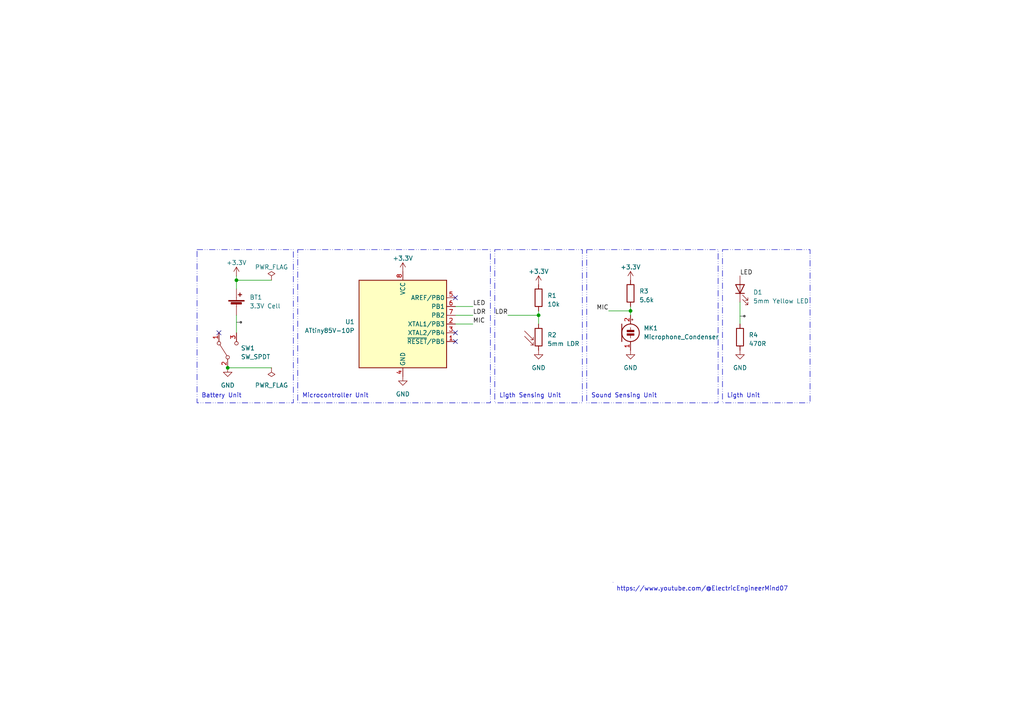
<source format=kicad_sch>
(kicad_sch
	(version 20250114)
	(generator "eeschema")
	(generator_version "9.0")
	(uuid "dc13cf54-8c22-4f1c-89c0-5163c36ef77c")
	(paper "A4")
	(title_block
		(title "Digital Diya")
		(date "2026-01-22")
		(rev "v1")
		(comment 1 "It's a ATTiny 85 Based Circuit")
	)
	(lib_symbols
		(symbol "Device:Battery_Cell"
			(pin_numbers
				(hide yes)
			)
			(pin_names
				(offset 0)
				(hide yes)
			)
			(exclude_from_sim no)
			(in_bom yes)
			(on_board yes)
			(property "Reference" "BT"
				(at 2.54 2.54 0)
				(effects
					(font
						(size 1.27 1.27)
					)
					(justify left)
				)
			)
			(property "Value" "Battery_Cell"
				(at 2.54 0 0)
				(effects
					(font
						(size 1.27 1.27)
					)
					(justify left)
				)
			)
			(property "Footprint" ""
				(at 0 1.524 90)
				(effects
					(font
						(size 1.27 1.27)
					)
					(hide yes)
				)
			)
			(property "Datasheet" "~"
				(at 0 1.524 90)
				(effects
					(font
						(size 1.27 1.27)
					)
					(hide yes)
				)
			)
			(property "Description" "Single-cell battery"
				(at 0 0 0)
				(effects
					(font
						(size 1.27 1.27)
					)
					(hide yes)
				)
			)
			(property "ki_keywords" "battery cell"
				(at 0 0 0)
				(effects
					(font
						(size 1.27 1.27)
					)
					(hide yes)
				)
			)
			(symbol "Battery_Cell_0_1"
				(rectangle
					(start -2.286 1.778)
					(end 2.286 1.524)
					(stroke
						(width 0)
						(type default)
					)
					(fill
						(type outline)
					)
				)
				(rectangle
					(start -1.5748 1.1938)
					(end 1.4732 0.6858)
					(stroke
						(width 0)
						(type default)
					)
					(fill
						(type outline)
					)
				)
				(polyline
					(pts
						(xy 0 1.778) (xy 0 2.54)
					)
					(stroke
						(width 0)
						(type default)
					)
					(fill
						(type none)
					)
				)
				(polyline
					(pts
						(xy 0 0.762) (xy 0 0)
					)
					(stroke
						(width 0)
						(type default)
					)
					(fill
						(type none)
					)
				)
				(polyline
					(pts
						(xy 0.508 3.429) (xy 1.524 3.429)
					)
					(stroke
						(width 0.254)
						(type default)
					)
					(fill
						(type none)
					)
				)
				(polyline
					(pts
						(xy 1.016 3.937) (xy 1.016 2.921)
					)
					(stroke
						(width 0.254)
						(type default)
					)
					(fill
						(type none)
					)
				)
			)
			(symbol "Battery_Cell_1_1"
				(pin passive line
					(at 0 5.08 270)
					(length 2.54)
					(name "+"
						(effects
							(font
								(size 1.27 1.27)
							)
						)
					)
					(number "1"
						(effects
							(font
								(size 1.27 1.27)
							)
						)
					)
				)
				(pin passive line
					(at 0 -2.54 90)
					(length 2.54)
					(name "-"
						(effects
							(font
								(size 1.27 1.27)
							)
						)
					)
					(number "2"
						(effects
							(font
								(size 1.27 1.27)
							)
						)
					)
				)
			)
			(embedded_fonts no)
		)
		(symbol "Device:LED"
			(pin_numbers
				(hide yes)
			)
			(pin_names
				(offset 1.016)
				(hide yes)
			)
			(exclude_from_sim no)
			(in_bom yes)
			(on_board yes)
			(property "Reference" "D"
				(at 0 2.54 0)
				(effects
					(font
						(size 1.27 1.27)
					)
				)
			)
			(property "Value" "LED"
				(at 0 -2.54 0)
				(effects
					(font
						(size 1.27 1.27)
					)
				)
			)
			(property "Footprint" ""
				(at 0 0 0)
				(effects
					(font
						(size 1.27 1.27)
					)
					(hide yes)
				)
			)
			(property "Datasheet" "~"
				(at 0 0 0)
				(effects
					(font
						(size 1.27 1.27)
					)
					(hide yes)
				)
			)
			(property "Description" "Light emitting diode"
				(at 0 0 0)
				(effects
					(font
						(size 1.27 1.27)
					)
					(hide yes)
				)
			)
			(property "ki_keywords" "LED diode"
				(at 0 0 0)
				(effects
					(font
						(size 1.27 1.27)
					)
					(hide yes)
				)
			)
			(property "ki_fp_filters" "LED* LED_SMD:* LED_THT:*"
				(at 0 0 0)
				(effects
					(font
						(size 1.27 1.27)
					)
					(hide yes)
				)
			)
			(symbol "LED_0_1"
				(polyline
					(pts
						(xy -3.048 -0.762) (xy -4.572 -2.286) (xy -3.81 -2.286) (xy -4.572 -2.286) (xy -4.572 -1.524)
					)
					(stroke
						(width 0)
						(type default)
					)
					(fill
						(type none)
					)
				)
				(polyline
					(pts
						(xy -1.778 -0.762) (xy -3.302 -2.286) (xy -2.54 -2.286) (xy -3.302 -2.286) (xy -3.302 -1.524)
					)
					(stroke
						(width 0)
						(type default)
					)
					(fill
						(type none)
					)
				)
				(polyline
					(pts
						(xy -1.27 0) (xy 1.27 0)
					)
					(stroke
						(width 0)
						(type default)
					)
					(fill
						(type none)
					)
				)
				(polyline
					(pts
						(xy -1.27 -1.27) (xy -1.27 1.27)
					)
					(stroke
						(width 0.254)
						(type default)
					)
					(fill
						(type none)
					)
				)
				(polyline
					(pts
						(xy 1.27 -1.27) (xy 1.27 1.27) (xy -1.27 0) (xy 1.27 -1.27)
					)
					(stroke
						(width 0.254)
						(type default)
					)
					(fill
						(type none)
					)
				)
			)
			(symbol "LED_1_1"
				(pin passive line
					(at -3.81 0 0)
					(length 2.54)
					(name "K"
						(effects
							(font
								(size 1.27 1.27)
							)
						)
					)
					(number "1"
						(effects
							(font
								(size 1.27 1.27)
							)
						)
					)
				)
				(pin passive line
					(at 3.81 0 180)
					(length 2.54)
					(name "A"
						(effects
							(font
								(size 1.27 1.27)
							)
						)
					)
					(number "2"
						(effects
							(font
								(size 1.27 1.27)
							)
						)
					)
				)
			)
			(embedded_fonts no)
		)
		(symbol "Device:Microphone_Condenser"
			(pin_names
				(offset 0.0254)
				(hide yes)
			)
			(exclude_from_sim no)
			(in_bom yes)
			(on_board yes)
			(property "Reference" "MK"
				(at -3.302 1.27 0)
				(effects
					(font
						(size 1.27 1.27)
					)
					(justify right)
				)
			)
			(property "Value" "Microphone_Condenser"
				(at -3.302 -0.635 0)
				(effects
					(font
						(size 1.27 1.27)
					)
					(justify right)
				)
			)
			(property "Footprint" ""
				(at 0 2.54 90)
				(effects
					(font
						(size 1.27 1.27)
					)
					(hide yes)
				)
			)
			(property "Datasheet" "~"
				(at 0 2.54 90)
				(effects
					(font
						(size 1.27 1.27)
					)
					(hide yes)
				)
			)
			(property "Description" "Condenser microphone"
				(at 0 0 0)
				(effects
					(font
						(size 1.27 1.27)
					)
					(hide yes)
				)
			)
			(property "ki_keywords" "capacitance condenser microphone"
				(at 0 0 0)
				(effects
					(font
						(size 1.27 1.27)
					)
					(hide yes)
				)
			)
			(symbol "Microphone_Condenser_0_1"
				(polyline
					(pts
						(xy -2.54 2.54) (xy -2.54 -2.54)
					)
					(stroke
						(width 0.254)
						(type default)
					)
					(fill
						(type none)
					)
				)
				(polyline
					(pts
						(xy 0 0.762) (xy 0 1.524)
					)
					(stroke
						(width 0)
						(type default)
					)
					(fill
						(type none)
					)
				)
				(circle
					(center 0 0)
					(radius 2.54)
					(stroke
						(width 0.254)
						(type default)
					)
					(fill
						(type none)
					)
				)
				(polyline
					(pts
						(xy 0 -0.762) (xy 0 -1.524)
					)
					(stroke
						(width 0)
						(type default)
					)
					(fill
						(type none)
					)
				)
				(polyline
					(pts
						(xy 0.254 3.81) (xy 0.762 3.81)
					)
					(stroke
						(width 0)
						(type default)
					)
					(fill
						(type none)
					)
				)
				(polyline
					(pts
						(xy 0.508 4.064) (xy 0.508 3.556)
					)
					(stroke
						(width 0)
						(type default)
					)
					(fill
						(type none)
					)
				)
				(rectangle
					(start 1.016 0.762)
					(end -1.016 0.254)
					(stroke
						(width 0)
						(type default)
					)
					(fill
						(type outline)
					)
				)
				(rectangle
					(start 1.016 -0.254)
					(end -1.016 -0.762)
					(stroke
						(width 0)
						(type default)
					)
					(fill
						(type outline)
					)
				)
			)
			(symbol "Microphone_Condenser_1_1"
				(pin passive line
					(at 0 5.08 270)
					(length 2.54)
					(name "+"
						(effects
							(font
								(size 1.27 1.27)
							)
						)
					)
					(number "2"
						(effects
							(font
								(size 1.27 1.27)
							)
						)
					)
				)
				(pin passive line
					(at 0 -5.08 90)
					(length 2.54)
					(name "-"
						(effects
							(font
								(size 1.27 1.27)
							)
						)
					)
					(number "1"
						(effects
							(font
								(size 1.27 1.27)
							)
						)
					)
				)
			)
			(embedded_fonts no)
		)
		(symbol "Device:R"
			(pin_numbers
				(hide yes)
			)
			(pin_names
				(offset 0)
			)
			(exclude_from_sim no)
			(in_bom yes)
			(on_board yes)
			(property "Reference" "R"
				(at 2.032 0 90)
				(effects
					(font
						(size 1.27 1.27)
					)
				)
			)
			(property "Value" "R"
				(at 0 0 90)
				(effects
					(font
						(size 1.27 1.27)
					)
				)
			)
			(property "Footprint" ""
				(at -1.778 0 90)
				(effects
					(font
						(size 1.27 1.27)
					)
					(hide yes)
				)
			)
			(property "Datasheet" "~"
				(at 0 0 0)
				(effects
					(font
						(size 1.27 1.27)
					)
					(hide yes)
				)
			)
			(property "Description" "Resistor"
				(at 0 0 0)
				(effects
					(font
						(size 1.27 1.27)
					)
					(hide yes)
				)
			)
			(property "ki_keywords" "R res resistor"
				(at 0 0 0)
				(effects
					(font
						(size 1.27 1.27)
					)
					(hide yes)
				)
			)
			(property "ki_fp_filters" "R_*"
				(at 0 0 0)
				(effects
					(font
						(size 1.27 1.27)
					)
					(hide yes)
				)
			)
			(symbol "R_0_1"
				(rectangle
					(start -1.016 -2.54)
					(end 1.016 2.54)
					(stroke
						(width 0.254)
						(type default)
					)
					(fill
						(type none)
					)
				)
			)
			(symbol "R_1_1"
				(pin passive line
					(at 0 3.81 270)
					(length 1.27)
					(name "~"
						(effects
							(font
								(size 1.27 1.27)
							)
						)
					)
					(number "1"
						(effects
							(font
								(size 1.27 1.27)
							)
						)
					)
				)
				(pin passive line
					(at 0 -3.81 90)
					(length 1.27)
					(name "~"
						(effects
							(font
								(size 1.27 1.27)
							)
						)
					)
					(number "2"
						(effects
							(font
								(size 1.27 1.27)
							)
						)
					)
				)
			)
			(embedded_fonts no)
		)
		(symbol "MCU_Microchip_ATtiny:ATtiny85V-10P"
			(exclude_from_sim no)
			(in_bom yes)
			(on_board yes)
			(property "Reference" "U"
				(at -12.7 13.97 0)
				(effects
					(font
						(size 1.27 1.27)
					)
					(justify left bottom)
				)
			)
			(property "Value" "ATtiny85V-10P"
				(at 2.54 -13.97 0)
				(effects
					(font
						(size 1.27 1.27)
					)
					(justify left top)
				)
			)
			(property "Footprint" "Package_DIP:DIP-8_W7.62mm"
				(at 0 0 0)
				(effects
					(font
						(size 1.27 1.27)
						(italic yes)
					)
					(hide yes)
				)
			)
			(property "Datasheet" "http://ww1.microchip.com/downloads/en/DeviceDoc/atmel-2586-avr-8-bit-microcontroller-attiny25-attiny45-attiny85_datasheet.pdf"
				(at 0 0 0)
				(effects
					(font
						(size 1.27 1.27)
					)
					(hide yes)
				)
			)
			(property "Description" "10MHz, 8kB Flash, 512B SRAM, 512B EEPROM, debugWIRE, DIP-8"
				(at 0 0 0)
				(effects
					(font
						(size 1.27 1.27)
					)
					(hide yes)
				)
			)
			(property "ki_keywords" "AVR 8bit Microcontroller tinyAVR"
				(at 0 0 0)
				(effects
					(font
						(size 1.27 1.27)
					)
					(hide yes)
				)
			)
			(property "ki_fp_filters" "DIP*W7.62mm*"
				(at 0 0 0)
				(effects
					(font
						(size 1.27 1.27)
					)
					(hide yes)
				)
			)
			(symbol "ATtiny85V-10P_0_1"
				(rectangle
					(start -12.7 -12.7)
					(end 12.7 12.7)
					(stroke
						(width 0.254)
						(type default)
					)
					(fill
						(type background)
					)
				)
			)
			(symbol "ATtiny85V-10P_1_1"
				(pin power_in line
					(at 0 15.24 270)
					(length 2.54)
					(name "VCC"
						(effects
							(font
								(size 1.27 1.27)
							)
						)
					)
					(number "8"
						(effects
							(font
								(size 1.27 1.27)
							)
						)
					)
				)
				(pin power_in line
					(at 0 -15.24 90)
					(length 2.54)
					(name "GND"
						(effects
							(font
								(size 1.27 1.27)
							)
						)
					)
					(number "4"
						(effects
							(font
								(size 1.27 1.27)
							)
						)
					)
				)
				(pin bidirectional line
					(at 15.24 7.62 180)
					(length 2.54)
					(name "AREF/PB0"
						(effects
							(font
								(size 1.27 1.27)
							)
						)
					)
					(number "5"
						(effects
							(font
								(size 1.27 1.27)
							)
						)
					)
				)
				(pin bidirectional line
					(at 15.24 5.08 180)
					(length 2.54)
					(name "PB1"
						(effects
							(font
								(size 1.27 1.27)
							)
						)
					)
					(number "6"
						(effects
							(font
								(size 1.27 1.27)
							)
						)
					)
				)
				(pin bidirectional line
					(at 15.24 2.54 180)
					(length 2.54)
					(name "PB2"
						(effects
							(font
								(size 1.27 1.27)
							)
						)
					)
					(number "7"
						(effects
							(font
								(size 1.27 1.27)
							)
						)
					)
				)
				(pin bidirectional line
					(at 15.24 0 180)
					(length 2.54)
					(name "XTAL1/PB3"
						(effects
							(font
								(size 1.27 1.27)
							)
						)
					)
					(number "2"
						(effects
							(font
								(size 1.27 1.27)
							)
						)
					)
				)
				(pin bidirectional line
					(at 15.24 -2.54 180)
					(length 2.54)
					(name "XTAL2/PB4"
						(effects
							(font
								(size 1.27 1.27)
							)
						)
					)
					(number "3"
						(effects
							(font
								(size 1.27 1.27)
							)
						)
					)
				)
				(pin bidirectional line
					(at 15.24 -5.08 180)
					(length 2.54)
					(name "~{RESET}/PB5"
						(effects
							(font
								(size 1.27 1.27)
							)
						)
					)
					(number "1"
						(effects
							(font
								(size 1.27 1.27)
							)
						)
					)
				)
			)
			(embedded_fonts no)
		)
		(symbol "Sensor_Optical:LDR07"
			(pin_numbers
				(hide yes)
			)
			(pin_names
				(offset 0)
			)
			(exclude_from_sim no)
			(in_bom yes)
			(on_board yes)
			(property "Reference" "R"
				(at -5.08 0 90)
				(effects
					(font
						(size 1.27 1.27)
					)
				)
			)
			(property "Value" "LDR07"
				(at 1.905 0 90)
				(effects
					(font
						(size 1.27 1.27)
					)
					(justify top)
				)
			)
			(property "Footprint" "OptoDevice:R_LDR_5.1x4.3mm_P3.4mm_Vertical"
				(at 4.445 0 90)
				(effects
					(font
						(size 1.27 1.27)
					)
					(hide yes)
				)
			)
			(property "Datasheet" "http://www.tme.eu/de/Document/f2e3ad76a925811312d226c31da4cd7e/LDR07.pdf"
				(at 0 -1.27 0)
				(effects
					(font
						(size 1.27 1.27)
					)
					(hide yes)
				)
			)
			(property "Description" "light dependent resistor"
				(at 0 0 0)
				(effects
					(font
						(size 1.27 1.27)
					)
					(hide yes)
				)
			)
			(property "ki_keywords" "light dependent photo resistor LDR"
				(at 0 0 0)
				(effects
					(font
						(size 1.27 1.27)
					)
					(hide yes)
				)
			)
			(property "ki_fp_filters" "R*LDR*5.1x4.3mm*P3.4mm*"
				(at 0 0 0)
				(effects
					(font
						(size 1.27 1.27)
					)
					(hide yes)
				)
			)
			(symbol "LDR07_0_1"
				(polyline
					(pts
						(xy -1.524 -0.762) (xy -4.064 1.778)
					)
					(stroke
						(width 0)
						(type default)
					)
					(fill
						(type none)
					)
				)
				(polyline
					(pts
						(xy -1.524 -0.762) (xy -2.286 -0.762)
					)
					(stroke
						(width 0)
						(type default)
					)
					(fill
						(type none)
					)
				)
				(polyline
					(pts
						(xy -1.524 -0.762) (xy -1.524 0)
					)
					(stroke
						(width 0)
						(type default)
					)
					(fill
						(type none)
					)
				)
				(polyline
					(pts
						(xy -1.524 -2.286) (xy -4.064 0.254)
					)
					(stroke
						(width 0)
						(type default)
					)
					(fill
						(type none)
					)
				)
				(polyline
					(pts
						(xy -1.524 -2.286) (xy -2.286 -2.286)
					)
					(stroke
						(width 0)
						(type default)
					)
					(fill
						(type none)
					)
				)
				(polyline
					(pts
						(xy -1.524 -2.286) (xy -1.524 -1.524)
					)
					(stroke
						(width 0)
						(type default)
					)
					(fill
						(type none)
					)
				)
				(rectangle
					(start -1.016 2.54)
					(end 1.016 -2.54)
					(stroke
						(width 0.254)
						(type default)
					)
					(fill
						(type none)
					)
				)
			)
			(symbol "LDR07_1_1"
				(pin passive line
					(at 0 3.81 270)
					(length 1.27)
					(name "~"
						(effects
							(font
								(size 1.27 1.27)
							)
						)
					)
					(number "1"
						(effects
							(font
								(size 1.27 1.27)
							)
						)
					)
				)
				(pin passive line
					(at 0 -3.81 90)
					(length 1.27)
					(name "~"
						(effects
							(font
								(size 1.27 1.27)
							)
						)
					)
					(number "2"
						(effects
							(font
								(size 1.27 1.27)
							)
						)
					)
				)
			)
			(embedded_fonts no)
		)
		(symbol "Switch:SW_SPDT"
			(pin_names
				(offset 0)
				(hide yes)
			)
			(exclude_from_sim no)
			(in_bom yes)
			(on_board yes)
			(property "Reference" "SW"
				(at 0 4.318 0)
				(effects
					(font
						(size 1.27 1.27)
					)
				)
			)
			(property "Value" "SW_SPDT"
				(at 0 -5.08 0)
				(effects
					(font
						(size 1.27 1.27)
					)
				)
			)
			(property "Footprint" ""
				(at 0 0 0)
				(effects
					(font
						(size 1.27 1.27)
					)
					(hide yes)
				)
			)
			(property "Datasheet" "~"
				(at 0 0 0)
				(effects
					(font
						(size 1.27 1.27)
					)
					(hide yes)
				)
			)
			(property "Description" "Switch, single pole double throw"
				(at 0 0 0)
				(effects
					(font
						(size 1.27 1.27)
					)
					(hide yes)
				)
			)
			(property "ki_keywords" "switch single-pole double-throw spdt ON-ON"
				(at 0 0 0)
				(effects
					(font
						(size 1.27 1.27)
					)
					(hide yes)
				)
			)
			(symbol "SW_SPDT_0_0"
				(circle
					(center -2.032 0)
					(radius 0.508)
					(stroke
						(width 0)
						(type default)
					)
					(fill
						(type none)
					)
				)
				(circle
					(center 2.032 -2.54)
					(radius 0.508)
					(stroke
						(width 0)
						(type default)
					)
					(fill
						(type none)
					)
				)
			)
			(symbol "SW_SPDT_0_1"
				(polyline
					(pts
						(xy -1.524 0.254) (xy 1.651 2.286)
					)
					(stroke
						(width 0)
						(type default)
					)
					(fill
						(type none)
					)
				)
				(circle
					(center 2.032 2.54)
					(radius 0.508)
					(stroke
						(width 0)
						(type default)
					)
					(fill
						(type none)
					)
				)
			)
			(symbol "SW_SPDT_1_1"
				(pin passive line
					(at -5.08 0 0)
					(length 2.54)
					(name "B"
						(effects
							(font
								(size 1.27 1.27)
							)
						)
					)
					(number "2"
						(effects
							(font
								(size 1.27 1.27)
							)
						)
					)
				)
				(pin passive line
					(at 5.08 2.54 180)
					(length 2.54)
					(name "A"
						(effects
							(font
								(size 1.27 1.27)
							)
						)
					)
					(number "1"
						(effects
							(font
								(size 1.27 1.27)
							)
						)
					)
				)
				(pin passive line
					(at 5.08 -2.54 180)
					(length 2.54)
					(name "C"
						(effects
							(font
								(size 1.27 1.27)
							)
						)
					)
					(number "3"
						(effects
							(font
								(size 1.27 1.27)
							)
						)
					)
				)
			)
			(embedded_fonts no)
		)
		(symbol "power:+3.3V"
			(power)
			(pin_names
				(offset 0)
			)
			(exclude_from_sim no)
			(in_bom yes)
			(on_board yes)
			(property "Reference" "#PWR"
				(at 0 -3.81 0)
				(effects
					(font
						(size 1.27 1.27)
					)
					(hide yes)
				)
			)
			(property "Value" "+3.3V"
				(at 0 3.556 0)
				(effects
					(font
						(size 1.27 1.27)
					)
				)
			)
			(property "Footprint" ""
				(at 0 0 0)
				(effects
					(font
						(size 1.27 1.27)
					)
					(hide yes)
				)
			)
			(property "Datasheet" ""
				(at 0 0 0)
				(effects
					(font
						(size 1.27 1.27)
					)
					(hide yes)
				)
			)
			(property "Description" "Power symbol creates a global label with name \"+3.3V\""
				(at 0 0 0)
				(effects
					(font
						(size 1.27 1.27)
					)
					(hide yes)
				)
			)
			(property "ki_keywords" "global power"
				(at 0 0 0)
				(effects
					(font
						(size 1.27 1.27)
					)
					(hide yes)
				)
			)
			(symbol "+3.3V_0_1"
				(polyline
					(pts
						(xy -0.762 1.27) (xy 0 2.54)
					)
					(stroke
						(width 0)
						(type default)
					)
					(fill
						(type none)
					)
				)
				(polyline
					(pts
						(xy 0 2.54) (xy 0.762 1.27)
					)
					(stroke
						(width 0)
						(type default)
					)
					(fill
						(type none)
					)
				)
				(polyline
					(pts
						(xy 0 0) (xy 0 2.54)
					)
					(stroke
						(width 0)
						(type default)
					)
					(fill
						(type none)
					)
				)
			)
			(symbol "+3.3V_1_1"
				(pin power_in line
					(at 0 0 90)
					(length 0)
					(hide yes)
					(name "+3.3V"
						(effects
							(font
								(size 1.27 1.27)
							)
						)
					)
					(number "1"
						(effects
							(font
								(size 1.27 1.27)
							)
						)
					)
				)
			)
			(embedded_fonts no)
		)
		(symbol "power:GND"
			(power)
			(pin_names
				(offset 0)
			)
			(exclude_from_sim no)
			(in_bom yes)
			(on_board yes)
			(property "Reference" "#PWR"
				(at 0 -6.35 0)
				(effects
					(font
						(size 1.27 1.27)
					)
					(hide yes)
				)
			)
			(property "Value" "GND"
				(at 0 -3.81 0)
				(effects
					(font
						(size 1.27 1.27)
					)
				)
			)
			(property "Footprint" ""
				(at 0 0 0)
				(effects
					(font
						(size 1.27 1.27)
					)
					(hide yes)
				)
			)
			(property "Datasheet" ""
				(at 0 0 0)
				(effects
					(font
						(size 1.27 1.27)
					)
					(hide yes)
				)
			)
			(property "Description" "Power symbol creates a global label with name \"GND\" , ground"
				(at 0 0 0)
				(effects
					(font
						(size 1.27 1.27)
					)
					(hide yes)
				)
			)
			(property "ki_keywords" "global power"
				(at 0 0 0)
				(effects
					(font
						(size 1.27 1.27)
					)
					(hide yes)
				)
			)
			(symbol "GND_0_1"
				(polyline
					(pts
						(xy 0 0) (xy 0 -1.27) (xy 1.27 -1.27) (xy 0 -2.54) (xy -1.27 -1.27) (xy 0 -1.27)
					)
					(stroke
						(width 0)
						(type default)
					)
					(fill
						(type none)
					)
				)
			)
			(symbol "GND_1_1"
				(pin power_in line
					(at 0 0 270)
					(length 0)
					(hide yes)
					(name "GND"
						(effects
							(font
								(size 1.27 1.27)
							)
						)
					)
					(number "1"
						(effects
							(font
								(size 1.27 1.27)
							)
						)
					)
				)
			)
			(embedded_fonts no)
		)
		(symbol "power:PWR_FLAG"
			(power)
			(pin_numbers
				(hide yes)
			)
			(pin_names
				(offset 0)
				(hide yes)
			)
			(exclude_from_sim no)
			(in_bom yes)
			(on_board yes)
			(property "Reference" "#FLG"
				(at 0 1.905 0)
				(effects
					(font
						(size 1.27 1.27)
					)
					(hide yes)
				)
			)
			(property "Value" "PWR_FLAG"
				(at 0 3.81 0)
				(effects
					(font
						(size 1.27 1.27)
					)
				)
			)
			(property "Footprint" ""
				(at 0 0 0)
				(effects
					(font
						(size 1.27 1.27)
					)
					(hide yes)
				)
			)
			(property "Datasheet" "~"
				(at 0 0 0)
				(effects
					(font
						(size 1.27 1.27)
					)
					(hide yes)
				)
			)
			(property "Description" "Special symbol for telling ERC where power comes from"
				(at 0 0 0)
				(effects
					(font
						(size 1.27 1.27)
					)
					(hide yes)
				)
			)
			(property "ki_keywords" "flag power"
				(at 0 0 0)
				(effects
					(font
						(size 1.27 1.27)
					)
					(hide yes)
				)
			)
			(symbol "PWR_FLAG_0_0"
				(pin power_out line
					(at 0 0 90)
					(length 0)
					(name "pwr"
						(effects
							(font
								(size 1.27 1.27)
							)
						)
					)
					(number "1"
						(effects
							(font
								(size 1.27 1.27)
							)
						)
					)
				)
			)
			(symbol "PWR_FLAG_0_1"
				(polyline
					(pts
						(xy 0 0) (xy 0 1.27) (xy -1.016 1.905) (xy 0 2.54) (xy 1.016 1.905) (xy 0 1.27)
					)
					(stroke
						(width 0)
						(type default)
					)
					(fill
						(type none)
					)
				)
			)
			(embedded_fonts no)
		)
	)
	(rectangle
		(start 143.51 72.39)
		(end 168.91 116.84)
		(stroke
			(width 0)
			(type dash_dot_dot)
		)
		(fill
			(type none)
		)
		(uuid 2becd426-dcd1-4b49-8f13-f7a0f92f6c1c)
	)
	(rectangle
		(start 209.55 72.39)
		(end 234.95 116.84)
		(stroke
			(width 0)
			(type dash_dot_dot)
		)
		(fill
			(type none)
		)
		(uuid 3e165ed0-15e7-4e8c-a0ca-cf904461940e)
	)
	(rectangle
		(start 170.18 72.39)
		(end 208.28 116.84)
		(stroke
			(width 0)
			(type dash_dot_dot)
		)
		(fill
			(type none)
		)
		(uuid 87194e48-c17f-4c67-96d0-87666f3724c9)
	)
	(rectangle
		(start 57.15 72.39)
		(end 85.09 116.84)
		(stroke
			(width 0)
			(type dash_dot_dot)
		)
		(fill
			(type none)
		)
		(uuid 9d6003d9-65df-4092-9c8b-8aeb0728332b)
	)
	(rectangle
		(start 86.36 72.39)
		(end 142.24 116.84)
		(stroke
			(width 0)
			(type dash_dot_dot)
		)
		(fill
			(type none)
		)
		(uuid b147d7aa-c8f7-43d5-82ea-eb6e3b5c2ac3)
	)
	(text "Ligth Unit\n"
		(exclude_from_sim no)
		(at 210.82 115.57 0)
		(effects
			(font
				(size 1.27 1.27)
			)
			(justify left bottom)
		)
		(uuid "3bd4fc53-5d74-456e-bea4-3b713e5bacfb")
	)
	(text "Microcontroller Unit\n"
		(exclude_from_sim no)
		(at 87.63 115.57 0)
		(effects
			(font
				(size 1.27 1.27)
			)
			(justify left bottom)
		)
		(uuid "5d0b55b6-979a-47c1-bd0d-1a08d5dc5da5")
	)
	(text "Ligth Sensing Unit\n"
		(exclude_from_sim no)
		(at 144.78 115.57 0)
		(effects
			(font
				(size 1.27 1.27)
			)
			(justify left bottom)
		)
		(uuid "717cbe6a-94c9-4808-a393-9ef9bb45966f")
	)
	(text "Sound Sensing Unit\n"
		(exclude_from_sim no)
		(at 171.45 115.57 0)
		(effects
			(font
				(size 1.27 1.27)
			)
			(justify left bottom)
		)
		(uuid "e7c87010-5285-443a-907a-f7f4c21ceae5")
	)
	(text "Battery Unit"
		(exclude_from_sim no)
		(at 58.42 115.57 0)
		(effects
			(font
				(size 1.27 1.27)
			)
			(justify left bottom)
		)
		(uuid "eafbe971-57f4-40e7-bee9-7c58f8248a0f")
	)
	(text_box "https://www.youtube.com/@ElectricEngineerMind07"
		(exclude_from_sim no)
		(at 177.8 168.91 0)
		(size 0 0)
		(margins 0.9525 0.9525 0.9525 0.9525)
		(stroke
			(width 0)
			(type solid)
		)
		(fill
			(type none)
		)
		(effects
			(font
				(size 1.27 1.27)
			)
			(justify left top)
		)
		(uuid "50e8f540-0ef2-421e-b30e-112eee392296")
	)
	(junction
		(at 182.88 90.17)
		(diameter 0)
		(color 0 0 0 0)
		(uuid "1ae5b93a-2a8d-45a3-bd7c-2384d729532c")
	)
	(junction
		(at 66.04 106.68)
		(diameter 0)
		(color 0 0 0 0)
		(uuid "b2a178d6-731d-4d5a-bb3b-8e9705b24eb9")
	)
	(junction
		(at 156.21 91.44)
		(diameter 0)
		(color 0 0 0 0)
		(uuid "c9315e7d-4887-4531-9b84-d7ee1964c861")
	)
	(junction
		(at 68.58 81.28)
		(diameter 0)
		(color 0 0 0 0)
		(uuid "fe60f6f1-3a8d-479d-80d5-68acefc3c01f")
	)
	(no_connect
		(at 63.5 96.52)
		(uuid "2061b14a-eb1d-4af8-94c8-22551487be8f")
	)
	(no_connect
		(at 132.08 99.06)
		(uuid "68942746-47b0-452b-9dbd-a0b23d60ee93")
	)
	(no_connect
		(at 132.08 86.36)
		(uuid "7b3da45e-3bc2-42fb-a416-da15c8b0791a")
	)
	(no_connect
		(at 132.08 96.52)
		(uuid "9a971c09-5fb4-4179-a76e-1506bf34a41f")
	)
	(wire
		(pts
			(xy 147.32 91.44) (xy 156.21 91.44)
		)
		(stroke
			(width 0)
			(type default)
		)
		(uuid "08c9b020-a05d-4f3c-ae43-4760ac0b6700")
	)
	(wire
		(pts
			(xy 68.58 81.28) (xy 68.58 83.82)
		)
		(stroke
			(width 0)
			(type default)
		)
		(uuid "10bffdd9-2c88-4c77-8e9c-bdca0ae5458a")
	)
	(wire
		(pts
			(xy 182.88 90.17) (xy 182.88 91.44)
		)
		(stroke
			(width 0)
			(type default)
		)
		(uuid "31c8882c-50e1-45d9-b5a6-64ea0d152753")
	)
	(wire
		(pts
			(xy 156.21 91.44) (xy 156.21 93.98)
		)
		(stroke
			(width 0)
			(type default)
		)
		(uuid "42df2a8d-3e02-4fd7-a17f-f4cdd4007698")
	)
	(wire
		(pts
			(xy 68.58 80.01) (xy 68.58 81.28)
		)
		(stroke
			(width 0)
			(type default)
		)
		(uuid "4512d359-2e5a-4ca3-8663-e9968dd800b2")
	)
	(wire
		(pts
			(xy 132.08 93.98) (xy 137.16 93.98)
		)
		(stroke
			(width 0)
			(type default)
		)
		(uuid "77ae26df-ba54-4898-a4dc-6b6383002a92")
	)
	(wire
		(pts
			(xy 132.08 88.9) (xy 137.16 88.9)
		)
		(stroke
			(width 0)
			(type default)
		)
		(uuid "88dd8659-4e62-4c08-a4d5-09f652059293")
	)
	(wire
		(pts
			(xy 214.63 87.63) (xy 214.63 93.98)
		)
		(stroke
			(width 0)
			(type default)
		)
		(uuid "9f41ef6d-ae0e-4aca-ad71-d758899c26f1")
	)
	(wire
		(pts
			(xy 182.88 88.9) (xy 182.88 90.17)
		)
		(stroke
			(width 0)
			(type default)
		)
		(uuid "bc741637-5ede-49cd-8e89-3b0c2770ef60")
	)
	(wire
		(pts
			(xy 132.08 91.44) (xy 137.16 91.44)
		)
		(stroke
			(width 0)
			(type default)
		)
		(uuid "be1e818d-e61c-4cdf-9462-4766cc921cda")
	)
	(wire
		(pts
			(xy 68.58 81.28) (xy 78.74 81.28)
		)
		(stroke
			(width 0)
			(type default)
		)
		(uuid "e3ea9866-b90b-43b6-96d6-7237b7daf81a")
	)
	(wire
		(pts
			(xy 66.04 106.68) (xy 78.74 106.68)
		)
		(stroke
			(width 0)
			(type default)
		)
		(uuid "ea848c2d-4c98-44be-96e5-c3b015aca3ea")
	)
	(wire
		(pts
			(xy 68.58 91.44) (xy 68.58 96.52)
		)
		(stroke
			(width 0)
			(type default)
		)
		(uuid "f104fe11-ae35-4e1b-be3e-91758c316427")
	)
	(wire
		(pts
			(xy 156.21 90.17) (xy 156.21 91.44)
		)
		(stroke
			(width 0)
			(type default)
		)
		(uuid "f4ebfb64-4efa-46fa-9d4a-f6b5b193db70")
	)
	(wire
		(pts
			(xy 176.53 90.17) (xy 182.88 90.17)
		)
		(stroke
			(width 0)
			(type default)
		)
		(uuid "fdc8d1f5-d5d2-401e-af79-8b0bc84c8da1")
	)
	(label "LDR"
		(at 137.16 91.44 0)
		(effects
			(font
				(size 1.27 1.27)
			)
			(justify left bottom)
		)
		(uuid "36c0248b-4a6e-4096-8200-eb636aa79bd1")
	)
	(label "LED"
		(at 137.16 88.9 0)
		(effects
			(font
				(size 1.27 1.27)
			)
			(justify left bottom)
		)
		(uuid "39717823-fba5-405c-93f2-af4eda6cb4f4")
	)
	(label "MIC"
		(at 176.53 90.17 180)
		(effects
			(font
				(size 1.27 1.27)
			)
			(justify right bottom)
		)
		(uuid "ae48636d-59d1-4da3-bd77-6a7c6525d273")
	)
	(label "LDR"
		(at 147.32 91.44 180)
		(effects
			(font
				(size 1.27 1.27)
			)
			(justify right bottom)
		)
		(uuid "cb523fd8-8e4c-45a7-b68a-9bc75feabbe6")
	)
	(label "LED"
		(at 214.63 80.01 0)
		(effects
			(font
				(size 1.27 1.27)
			)
			(justify left bottom)
		)
		(uuid "d6957bed-525c-45e0-9420-a694a4e42c87")
	)
	(label "MIC"
		(at 137.16 93.98 0)
		(effects
			(font
				(size 1.27 1.27)
			)
			(justify left bottom)
		)
		(uuid "f57459af-f296-4d2f-8f7a-790bfcceab12")
	)
	(netclass_flag ""
		(length 1.27)
		(shape dot)
		(at 214.63 91.694 270)
		(fields_autoplaced yes)
		(effects
			(font
				(size 1.27 1.27)
			)
			(justify right bottom)
		)
		(uuid "99af77ba-d878-4b85-b3e2-653dc720f844")
		(property "Netclass" "signal"
			(at 215.9 90.9955 90)
			(effects
				(font
					(size 1.27 1.27)
					(italic yes)
				)
				(justify left)
				(hide yes)
			)
		)
	)
	(netclass_flag ""
		(length 1.27)
		(shape dot)
		(at 68.58 93.472 270)
		(fields_autoplaced yes)
		(effects
			(font
				(size 1.27 1.27)
			)
			(justify right bottom)
		)
		(uuid "c8fa956a-feec-4fbb-959a-7c96d10aa873")
		(property "Netclass" "power"
			(at 69.85 92.7735 90)
			(effects
				(font
					(size 1.27 1.27)
					(italic yes)
				)
				(justify left)
				(hide yes)
			)
		)
	)
	(symbol
		(lib_id "power:PWR_FLAG")
		(at 78.74 81.28 0)
		(unit 1)
		(exclude_from_sim no)
		(in_bom yes)
		(on_board yes)
		(dnp no)
		(fields_autoplaced yes)
		(uuid "0303c5fb-e0b7-47d6-a698-0e4c381ebdcf")
		(property "Reference" "#FLG01"
			(at 78.74 79.375 0)
			(effects
				(font
					(size 1.27 1.27)
				)
				(hide yes)
			)
		)
		(property "Value" "PWR_FLAG"
			(at 78.74 77.47 0)
			(effects
				(font
					(size 1.27 1.27)
				)
			)
		)
		(property "Footprint" ""
			(at 78.74 81.28 0)
			(effects
				(font
					(size 1.27 1.27)
				)
				(hide yes)
			)
		)
		(property "Datasheet" "~"
			(at 78.74 81.28 0)
			(effects
				(font
					(size 1.27 1.27)
				)
				(hide yes)
			)
		)
		(property "Description" ""
			(at 78.74 81.28 0)
			(effects
				(font
					(size 1.27 1.27)
				)
			)
		)
		(pin "1"
			(uuid "2189664e-8cfa-462c-87e9-d1233c6202bf")
		)
		(instances
			(project "Schematics"
				(path "/dc13cf54-8c22-4f1c-89c0-5163c36ef77c"
					(reference "#FLG01")
					(unit 1)
				)
			)
		)
	)
	(symbol
		(lib_id "power:GND")
		(at 214.63 101.6 0)
		(unit 1)
		(exclude_from_sim no)
		(in_bom yes)
		(on_board yes)
		(dnp no)
		(fields_autoplaced yes)
		(uuid "176f2190-ccef-4174-a738-bb1e16a89ad0")
		(property "Reference" "#PWR09"
			(at 214.63 107.95 0)
			(effects
				(font
					(size 1.27 1.27)
				)
				(hide yes)
			)
		)
		(property "Value" "GND"
			(at 214.63 106.68 0)
			(effects
				(font
					(size 1.27 1.27)
				)
			)
		)
		(property "Footprint" ""
			(at 214.63 101.6 0)
			(effects
				(font
					(size 1.27 1.27)
				)
				(hide yes)
			)
		)
		(property "Datasheet" ""
			(at 214.63 101.6 0)
			(effects
				(font
					(size 1.27 1.27)
				)
				(hide yes)
			)
		)
		(property "Description" ""
			(at 214.63 101.6 0)
			(effects
				(font
					(size 1.27 1.27)
				)
			)
		)
		(pin "1"
			(uuid "c82b4ba1-6a06-48f4-8ee6-d2ae2ad27638")
		)
		(instances
			(project "Schematics"
				(path "/dc13cf54-8c22-4f1c-89c0-5163c36ef77c"
					(reference "#PWR09")
					(unit 1)
				)
			)
		)
	)
	(symbol
		(lib_id "Device:R")
		(at 182.88 85.09 0)
		(unit 1)
		(exclude_from_sim no)
		(in_bom yes)
		(on_board yes)
		(dnp no)
		(fields_autoplaced yes)
		(uuid "1b05232d-69c5-48e4-bc20-69727cb9ed57")
		(property "Reference" "R3"
			(at 185.42 84.455 0)
			(effects
				(font
					(size 1.27 1.27)
				)
				(justify left)
			)
		)
		(property "Value" "5.6k"
			(at 185.42 86.995 0)
			(effects
				(font
					(size 1.27 1.27)
				)
				(justify left)
			)
		)
		(property "Footprint" "Resistor_THT:R_Axial_DIN0207_L6.3mm_D2.5mm_P15.24mm_Horizontal"
			(at 181.102 85.09 90)
			(effects
				(font
					(size 1.27 1.27)
				)
				(hide yes)
			)
		)
		(property "Datasheet" "~"
			(at 182.88 85.09 0)
			(effects
				(font
					(size 1.27 1.27)
				)
				(hide yes)
			)
		)
		(property "Description" ""
			(at 182.88 85.09 0)
			(effects
				(font
					(size 1.27 1.27)
				)
			)
		)
		(pin "1"
			(uuid "2ceb04de-4db2-47dd-a994-35187d5f4158")
		)
		(pin "2"
			(uuid "a327cafd-49bd-4977-8521-2a17f93bf7cb")
		)
		(instances
			(project "Schematics"
				(path "/dc13cf54-8c22-4f1c-89c0-5163c36ef77c"
					(reference "R3")
					(unit 1)
				)
			)
		)
	)
	(symbol
		(lib_id "Sensor_Optical:LDR07")
		(at 156.21 97.79 0)
		(unit 1)
		(exclude_from_sim no)
		(in_bom yes)
		(on_board yes)
		(dnp no)
		(fields_autoplaced yes)
		(uuid "2c3758c5-d2c7-4b13-b39f-aec04be4216f")
		(property "Reference" "R2"
			(at 158.75 97.155 0)
			(effects
				(font
					(size 1.27 1.27)
				)
				(justify left)
			)
		)
		(property "Value" "5mm LDR"
			(at 158.75 99.695 0)
			(effects
				(font
					(size 1.27 1.27)
				)
				(justify left)
			)
		)
		(property "Footprint" "OptoDevice:R_LDR_5.1x4.3mm_P3.4mm_Vertical"
			(at 160.655 97.79 90)
			(effects
				(font
					(size 1.27 1.27)
				)
				(hide yes)
			)
		)
		(property "Datasheet" "http://www.tme.eu/de/Document/f2e3ad76a925811312d226c31da4cd7e/LDR07.pdf"
			(at 156.21 99.06 0)
			(effects
				(font
					(size 1.27 1.27)
				)
				(hide yes)
			)
		)
		(property "Description" ""
			(at 156.21 97.79 0)
			(effects
				(font
					(size 1.27 1.27)
				)
			)
		)
		(pin "1"
			(uuid "c39d7dfe-5c82-46b8-9c45-46e22591329a")
		)
		(pin "2"
			(uuid "e6282b76-a42b-427d-97dd-374efc10a240")
		)
		(instances
			(project "Schematics"
				(path "/dc13cf54-8c22-4f1c-89c0-5163c36ef77c"
					(reference "R2")
					(unit 1)
				)
			)
		)
	)
	(symbol
		(lib_id "power:PWR_FLAG")
		(at 78.74 106.68 180)
		(unit 1)
		(exclude_from_sim no)
		(in_bom yes)
		(on_board yes)
		(dnp no)
		(fields_autoplaced yes)
		(uuid "3245b92f-021d-4373-ab0b-c0e5599adfc2")
		(property "Reference" "#FLG02"
			(at 78.74 108.585 0)
			(effects
				(font
					(size 1.27 1.27)
				)
				(hide yes)
			)
		)
		(property "Value" "PWR_FLAG"
			(at 78.74 111.76 0)
			(effects
				(font
					(size 1.27 1.27)
				)
			)
		)
		(property "Footprint" ""
			(at 78.74 106.68 0)
			(effects
				(font
					(size 1.27 1.27)
				)
				(hide yes)
			)
		)
		(property "Datasheet" "~"
			(at 78.74 106.68 0)
			(effects
				(font
					(size 1.27 1.27)
				)
				(hide yes)
			)
		)
		(property "Description" ""
			(at 78.74 106.68 0)
			(effects
				(font
					(size 1.27 1.27)
				)
			)
		)
		(pin "1"
			(uuid "9a1e4c07-a828-48ff-bd76-825c018e09ac")
		)
		(instances
			(project "Schematics"
				(path "/dc13cf54-8c22-4f1c-89c0-5163c36ef77c"
					(reference "#FLG02")
					(unit 1)
				)
			)
		)
	)
	(symbol
		(lib_id "power:GND")
		(at 156.21 101.6 0)
		(unit 1)
		(exclude_from_sim no)
		(in_bom yes)
		(on_board yes)
		(dnp no)
		(fields_autoplaced yes)
		(uuid "3bd6a506-1821-4e52-b218-dcc6f6f1dd24")
		(property "Reference" "#PWR06"
			(at 156.21 107.95 0)
			(effects
				(font
					(size 1.27 1.27)
				)
				(hide yes)
			)
		)
		(property "Value" "GND"
			(at 156.21 106.68 0)
			(effects
				(font
					(size 1.27 1.27)
				)
			)
		)
		(property "Footprint" ""
			(at 156.21 101.6 0)
			(effects
				(font
					(size 1.27 1.27)
				)
				(hide yes)
			)
		)
		(property "Datasheet" ""
			(at 156.21 101.6 0)
			(effects
				(font
					(size 1.27 1.27)
				)
				(hide yes)
			)
		)
		(property "Description" ""
			(at 156.21 101.6 0)
			(effects
				(font
					(size 1.27 1.27)
				)
			)
		)
		(pin "1"
			(uuid "7675703a-b769-4e9a-8bfb-c8f221871b25")
		)
		(instances
			(project "Schematics"
				(path "/dc13cf54-8c22-4f1c-89c0-5163c36ef77c"
					(reference "#PWR06")
					(unit 1)
				)
			)
		)
	)
	(symbol
		(lib_id "power:GND")
		(at 66.04 106.68 0)
		(unit 1)
		(exclude_from_sim no)
		(in_bom yes)
		(on_board yes)
		(dnp no)
		(fields_autoplaced yes)
		(uuid "5ccc31f6-5f3c-45ce-aebf-f47cb3f15267")
		(property "Reference" "#PWR01"
			(at 66.04 113.03 0)
			(effects
				(font
					(size 1.27 1.27)
				)
				(hide yes)
			)
		)
		(property "Value" "GND"
			(at 66.04 111.76 0)
			(effects
				(font
					(size 1.27 1.27)
				)
			)
		)
		(property "Footprint" ""
			(at 66.04 106.68 0)
			(effects
				(font
					(size 1.27 1.27)
				)
				(hide yes)
			)
		)
		(property "Datasheet" ""
			(at 66.04 106.68 0)
			(effects
				(font
					(size 1.27 1.27)
				)
				(hide yes)
			)
		)
		(property "Description" ""
			(at 66.04 106.68 0)
			(effects
				(font
					(size 1.27 1.27)
				)
			)
		)
		(pin "1"
			(uuid "dff0488c-8517-4f4f-bf72-30cef393f562")
		)
		(instances
			(project "Schematics"
				(path "/dc13cf54-8c22-4f1c-89c0-5163c36ef77c"
					(reference "#PWR01")
					(unit 1)
				)
			)
		)
	)
	(symbol
		(lib_id "Device:Battery_Cell")
		(at 68.58 88.9 0)
		(unit 1)
		(exclude_from_sim no)
		(in_bom yes)
		(on_board yes)
		(dnp no)
		(fields_autoplaced yes)
		(uuid "5d820798-a10c-41e0-b523-ed36e6949331")
		(property "Reference" "BT1"
			(at 72.39 86.233 0)
			(effects
				(font
					(size 1.27 1.27)
				)
				(justify left)
			)
		)
		(property "Value" "3.3V Cell"
			(at 72.39 88.773 0)
			(effects
				(font
					(size 1.27 1.27)
				)
				(justify left)
			)
		)
		(property "Footprint" "Battery:BatteryHolder_ComfortableElectronic_CH273-2450_1x2450"
			(at 68.58 87.376 90)
			(effects
				(font
					(size 1.27 1.27)
				)
				(hide yes)
			)
		)
		(property "Datasheet" "~"
			(at 68.58 87.376 90)
			(effects
				(font
					(size 1.27 1.27)
				)
				(hide yes)
			)
		)
		(property "Description" ""
			(at 68.58 88.9 0)
			(effects
				(font
					(size 1.27 1.27)
				)
			)
		)
		(pin "1"
			(uuid "7c62ee43-acf5-4709-9a34-a628591706ea")
		)
		(pin "2"
			(uuid "5f0fa6a8-fda8-4b3c-947a-8c5ef4eab6f0")
		)
		(instances
			(project "Schematics"
				(path "/dc13cf54-8c22-4f1c-89c0-5163c36ef77c"
					(reference "BT1")
					(unit 1)
				)
			)
		)
	)
	(symbol
		(lib_id "power:+3.3V")
		(at 68.58 80.01 0)
		(unit 1)
		(exclude_from_sim no)
		(in_bom yes)
		(on_board yes)
		(dnp no)
		(fields_autoplaced yes)
		(uuid "95147e7f-6209-46af-a31a-9240b5606384")
		(property "Reference" "#PWR02"
			(at 68.58 83.82 0)
			(effects
				(font
					(size 1.27 1.27)
				)
				(hide yes)
			)
		)
		(property "Value" "+3.3V"
			(at 68.58 76.2 0)
			(effects
				(font
					(size 1.27 1.27)
				)
			)
		)
		(property "Footprint" ""
			(at 68.58 80.01 0)
			(effects
				(font
					(size 1.27 1.27)
				)
				(hide yes)
			)
		)
		(property "Datasheet" ""
			(at 68.58 80.01 0)
			(effects
				(font
					(size 1.27 1.27)
				)
				(hide yes)
			)
		)
		(property "Description" ""
			(at 68.58 80.01 0)
			(effects
				(font
					(size 1.27 1.27)
				)
			)
		)
		(pin "1"
			(uuid "082bfefc-2fde-4324-8fdb-025862e22bfd")
		)
		(instances
			(project "Schematics"
				(path "/dc13cf54-8c22-4f1c-89c0-5163c36ef77c"
					(reference "#PWR02")
					(unit 1)
				)
			)
		)
	)
	(symbol
		(lib_id "MCU_Microchip_ATtiny:ATtiny85V-10P")
		(at 116.84 93.98 0)
		(unit 1)
		(exclude_from_sim no)
		(in_bom yes)
		(on_board yes)
		(dnp no)
		(fields_autoplaced yes)
		(uuid "a995ce4e-f2b3-48f5-94de-dc0ec60fd976")
		(property "Reference" "U1"
			(at 102.87 93.345 0)
			(effects
				(font
					(size 1.27 1.27)
				)
				(justify right)
			)
		)
		(property "Value" "ATtiny85V-10P"
			(at 102.87 95.885 0)
			(effects
				(font
					(size 1.27 1.27)
				)
				(justify right)
			)
		)
		(property "Footprint" "Package_DIP:DIP-8_W7.62mm"
			(at 116.84 93.98 0)
			(effects
				(font
					(size 1.27 1.27)
					(italic yes)
				)
				(hide yes)
			)
		)
		(property "Datasheet" "http://ww1.microchip.com/downloads/en/DeviceDoc/atmel-2586-avr-8-bit-microcontroller-attiny25-attiny45-attiny85_datasheet.pdf"
			(at 116.84 93.98 0)
			(effects
				(font
					(size 1.27 1.27)
				)
				(hide yes)
			)
		)
		(property "Description" ""
			(at 116.84 93.98 0)
			(effects
				(font
					(size 1.27 1.27)
				)
			)
		)
		(pin "1"
			(uuid "ff77b92b-75b8-4ad5-ab11-c68193c98d83")
		)
		(pin "2"
			(uuid "9354f426-a64b-4b81-909a-54f73e33adb5")
		)
		(pin "3"
			(uuid "6c618a71-6384-4cbc-9583-324514a11a65")
		)
		(pin "4"
			(uuid "06801f58-80ef-4128-9141-fb3b4db0ad71")
		)
		(pin "5"
			(uuid "fdb87f99-ee8b-4f58-a0a6-5551bbeecc2b")
		)
		(pin "6"
			(uuid "2104de0f-940c-490a-a74a-428a6ae1adee")
		)
		(pin "7"
			(uuid "85520d04-d4cb-47cf-8ef1-88424927ed29")
		)
		(pin "8"
			(uuid "4feb9337-4de3-40b4-96e1-e3c741fe0f3d")
		)
		(instances
			(project "Schematics"
				(path "/dc13cf54-8c22-4f1c-89c0-5163c36ef77c"
					(reference "U1")
					(unit 1)
				)
			)
		)
	)
	(symbol
		(lib_id "power:GND")
		(at 116.84 109.22 0)
		(unit 1)
		(exclude_from_sim no)
		(in_bom yes)
		(on_board yes)
		(dnp no)
		(fields_autoplaced yes)
		(uuid "ae895c93-2b08-4dc5-8f8c-db4fc7940bff")
		(property "Reference" "#PWR04"
			(at 116.84 115.57 0)
			(effects
				(font
					(size 1.27 1.27)
				)
				(hide yes)
			)
		)
		(property "Value" "GND"
			(at 116.84 114.3 0)
			(effects
				(font
					(size 1.27 1.27)
				)
			)
		)
		(property "Footprint" ""
			(at 116.84 109.22 0)
			(effects
				(font
					(size 1.27 1.27)
				)
				(hide yes)
			)
		)
		(property "Datasheet" ""
			(at 116.84 109.22 0)
			(effects
				(font
					(size 1.27 1.27)
				)
				(hide yes)
			)
		)
		(property "Description" ""
			(at 116.84 109.22 0)
			(effects
				(font
					(size 1.27 1.27)
				)
			)
		)
		(pin "1"
			(uuid "8be09ca4-d833-4f5d-8768-45ed23517770")
		)
		(instances
			(project "Schematics"
				(path "/dc13cf54-8c22-4f1c-89c0-5163c36ef77c"
					(reference "#PWR04")
					(unit 1)
				)
			)
		)
	)
	(symbol
		(lib_id "power:+3.3V")
		(at 156.21 82.55 0)
		(unit 1)
		(exclude_from_sim no)
		(in_bom yes)
		(on_board yes)
		(dnp no)
		(fields_autoplaced yes)
		(uuid "ba319f98-b834-4ddb-9f5d-5f25a27cf8eb")
		(property "Reference" "#PWR05"
			(at 156.21 86.36 0)
			(effects
				(font
					(size 1.27 1.27)
				)
				(hide yes)
			)
		)
		(property "Value" "+3.3V"
			(at 156.21 78.74 0)
			(effects
				(font
					(size 1.27 1.27)
				)
			)
		)
		(property "Footprint" ""
			(at 156.21 82.55 0)
			(effects
				(font
					(size 1.27 1.27)
				)
				(hide yes)
			)
		)
		(property "Datasheet" ""
			(at 156.21 82.55 0)
			(effects
				(font
					(size 1.27 1.27)
				)
				(hide yes)
			)
		)
		(property "Description" ""
			(at 156.21 82.55 0)
			(effects
				(font
					(size 1.27 1.27)
				)
			)
		)
		(pin "1"
			(uuid "0a73ba49-5638-439a-8981-daee75a5e286")
		)
		(instances
			(project "Schematics"
				(path "/dc13cf54-8c22-4f1c-89c0-5163c36ef77c"
					(reference "#PWR05")
					(unit 1)
				)
			)
		)
	)
	(symbol
		(lib_id "Device:R")
		(at 214.63 97.79 0)
		(unit 1)
		(exclude_from_sim no)
		(in_bom yes)
		(on_board yes)
		(dnp no)
		(fields_autoplaced yes)
		(uuid "bd94546e-7ece-4921-b2b9-c384d9441e46")
		(property "Reference" "R4"
			(at 217.17 97.155 0)
			(effects
				(font
					(size 1.27 1.27)
				)
				(justify left)
			)
		)
		(property "Value" "470R"
			(at 217.17 99.695 0)
			(effects
				(font
					(size 1.27 1.27)
				)
				(justify left)
			)
		)
		(property "Footprint" "Resistor_THT:R_Axial_DIN0207_L6.3mm_D2.5mm_P15.24mm_Horizontal"
			(at 212.852 97.79 90)
			(effects
				(font
					(size 1.27 1.27)
				)
				(hide yes)
			)
		)
		(property "Datasheet" "~"
			(at 214.63 97.79 0)
			(effects
				(font
					(size 1.27 1.27)
				)
				(hide yes)
			)
		)
		(property "Description" ""
			(at 214.63 97.79 0)
			(effects
				(font
					(size 1.27 1.27)
				)
			)
		)
		(pin "1"
			(uuid "43800b35-89f9-4000-a5cf-3cec53b14443")
		)
		(pin "2"
			(uuid "6fb22f45-5ff2-44e2-a45a-6e3efbf03b75")
		)
		(instances
			(project "Schematics"
				(path "/dc13cf54-8c22-4f1c-89c0-5163c36ef77c"
					(reference "R4")
					(unit 1)
				)
			)
		)
	)
	(symbol
		(lib_id "power:GND")
		(at 182.88 101.6 0)
		(unit 1)
		(exclude_from_sim no)
		(in_bom yes)
		(on_board yes)
		(dnp no)
		(fields_autoplaced yes)
		(uuid "c1cc96b2-648e-432a-bf33-6d5dbeaff172")
		(property "Reference" "#PWR08"
			(at 182.88 107.95 0)
			(effects
				(font
					(size 1.27 1.27)
				)
				(hide yes)
			)
		)
		(property "Value" "GND"
			(at 182.88 106.68 0)
			(effects
				(font
					(size 1.27 1.27)
				)
			)
		)
		(property "Footprint" ""
			(at 182.88 101.6 0)
			(effects
				(font
					(size 1.27 1.27)
				)
				(hide yes)
			)
		)
		(property "Datasheet" ""
			(at 182.88 101.6 0)
			(effects
				(font
					(size 1.27 1.27)
				)
				(hide yes)
			)
		)
		(property "Description" ""
			(at 182.88 101.6 0)
			(effects
				(font
					(size 1.27 1.27)
				)
			)
		)
		(pin "1"
			(uuid "ad9a011f-d08d-4cb7-bce0-d0c65538f57d")
		)
		(instances
			(project "Schematics"
				(path "/dc13cf54-8c22-4f1c-89c0-5163c36ef77c"
					(reference "#PWR08")
					(unit 1)
				)
			)
		)
	)
	(symbol
		(lib_id "Device:LED")
		(at 214.63 83.82 90)
		(unit 1)
		(exclude_from_sim no)
		(in_bom yes)
		(on_board yes)
		(dnp no)
		(fields_autoplaced yes)
		(uuid "c274b7a1-865a-4f7c-8fd2-0ba7a1122b00")
		(property "Reference" "D1"
			(at 218.44 84.7725 90)
			(effects
				(font
					(size 1.27 1.27)
				)
				(justify right)
			)
		)
		(property "Value" "5mm Yellow LED"
			(at 218.44 87.3125 90)
			(effects
				(font
					(size 1.27 1.27)
				)
				(justify right)
			)
		)
		(property "Footprint" "LED_THT:LED_D5.0mm"
			(at 214.63 83.82 0)
			(effects
				(font
					(size 1.27 1.27)
				)
				(hide yes)
			)
		)
		(property "Datasheet" "~"
			(at 214.63 83.82 0)
			(effects
				(font
					(size 1.27 1.27)
				)
				(hide yes)
			)
		)
		(property "Description" ""
			(at 214.63 83.82 0)
			(effects
				(font
					(size 1.27 1.27)
				)
			)
		)
		(pin "1"
			(uuid "5a335156-a385-470d-84e9-75f25b6244d5")
		)
		(pin "2"
			(uuid "ce3c0d11-1a68-4ed1-ae11-9aee9e9aebef")
		)
		(instances
			(project "Schematics"
				(path "/dc13cf54-8c22-4f1c-89c0-5163c36ef77c"
					(reference "D1")
					(unit 1)
				)
			)
		)
	)
	(symbol
		(lib_id "power:+3.3V")
		(at 182.88 81.28 0)
		(unit 1)
		(exclude_from_sim no)
		(in_bom yes)
		(on_board yes)
		(dnp no)
		(fields_autoplaced yes)
		(uuid "c39ede6f-65ec-4a20-b0e3-fa1bfd063c3f")
		(property "Reference" "#PWR07"
			(at 182.88 85.09 0)
			(effects
				(font
					(size 1.27 1.27)
				)
				(hide yes)
			)
		)
		(property "Value" "+3.3V"
			(at 182.88 77.47 0)
			(effects
				(font
					(size 1.27 1.27)
				)
			)
		)
		(property "Footprint" ""
			(at 182.88 81.28 0)
			(effects
				(font
					(size 1.27 1.27)
				)
				(hide yes)
			)
		)
		(property "Datasheet" ""
			(at 182.88 81.28 0)
			(effects
				(font
					(size 1.27 1.27)
				)
				(hide yes)
			)
		)
		(property "Description" ""
			(at 182.88 81.28 0)
			(effects
				(font
					(size 1.27 1.27)
				)
			)
		)
		(pin "1"
			(uuid "2e48370a-5bb7-4b64-a887-6561da5feeaf")
		)
		(instances
			(project "Schematics"
				(path "/dc13cf54-8c22-4f1c-89c0-5163c36ef77c"
					(reference "#PWR07")
					(unit 1)
				)
			)
		)
	)
	(symbol
		(lib_id "Device:Microphone_Condenser")
		(at 182.88 96.52 0)
		(unit 1)
		(exclude_from_sim no)
		(in_bom yes)
		(on_board yes)
		(dnp no)
		(fields_autoplaced yes)
		(uuid "c72bb79b-5966-4a13-823f-2d46d1764351")
		(property "Reference" "MK1"
			(at 186.69 95.1865 0)
			(effects
				(font
					(size 1.27 1.27)
				)
				(justify left)
			)
		)
		(property "Value" "Microphone_Condenser"
			(at 186.69 97.7265 0)
			(effects
				(font
					(size 1.27 1.27)
				)
				(justify left)
			)
		)
		(property "Footprint" "Connector_PinHeader_2.54mm:PinHeader_1x02_P2.54mm_Vertical"
			(at 182.88 93.98 90)
			(effects
				(font
					(size 1.27 1.27)
				)
				(hide yes)
			)
		)
		(property "Datasheet" "~"
			(at 182.88 93.98 90)
			(effects
				(font
					(size 1.27 1.27)
				)
				(hide yes)
			)
		)
		(property "Description" ""
			(at 182.88 96.52 0)
			(effects
				(font
					(size 1.27 1.27)
				)
			)
		)
		(pin "1"
			(uuid "5407ed79-c1fe-477a-8d6b-a42e324a3e70")
		)
		(pin "2"
			(uuid "a8a9b294-a22e-4113-9349-b7c1df8cb99f")
		)
		(instances
			(project "Schematics"
				(path "/dc13cf54-8c22-4f1c-89c0-5163c36ef77c"
					(reference "MK1")
					(unit 1)
				)
			)
		)
	)
	(symbol
		(lib_id "Device:R")
		(at 156.21 86.36 0)
		(unit 1)
		(exclude_from_sim no)
		(in_bom yes)
		(on_board yes)
		(dnp no)
		(fields_autoplaced yes)
		(uuid "d18e23b0-88d9-4611-93c9-095fab13247c")
		(property "Reference" "R1"
			(at 158.75 85.725 0)
			(effects
				(font
					(size 1.27 1.27)
				)
				(justify left)
			)
		)
		(property "Value" "10k"
			(at 158.75 88.265 0)
			(effects
				(font
					(size 1.27 1.27)
				)
				(justify left)
			)
		)
		(property "Footprint" "Resistor_THT:R_Axial_DIN0207_L6.3mm_D2.5mm_P15.24mm_Horizontal"
			(at 154.432 86.36 90)
			(effects
				(font
					(size 1.27 1.27)
				)
				(hide yes)
			)
		)
		(property "Datasheet" "~"
			(at 156.21 86.36 0)
			(effects
				(font
					(size 1.27 1.27)
				)
				(hide yes)
			)
		)
		(property "Description" ""
			(at 156.21 86.36 0)
			(effects
				(font
					(size 1.27 1.27)
				)
			)
		)
		(pin "1"
			(uuid "77423aed-a26b-49a9-ae42-6ba75874741f")
		)
		(pin "2"
			(uuid "afa3d9c7-5d40-4e9c-8f42-1dabf2ea916f")
		)
		(instances
			(project "Schematics"
				(path "/dc13cf54-8c22-4f1c-89c0-5163c36ef77c"
					(reference "R1")
					(unit 1)
				)
			)
		)
	)
	(symbol
		(lib_id "Switch:SW_SPDT")
		(at 66.04 101.6 90)
		(unit 1)
		(exclude_from_sim no)
		(in_bom yes)
		(on_board yes)
		(dnp no)
		(fields_autoplaced yes)
		(uuid "e11bbe26-b045-4d6a-bca1-4ece237d5462")
		(property "Reference" "SW1"
			(at 69.85 100.965 90)
			(effects
				(font
					(size 1.27 1.27)
				)
				(justify right)
			)
		)
		(property "Value" "SW_SPDT"
			(at 69.85 103.505 90)
			(effects
				(font
					(size 1.27 1.27)
				)
				(justify right)
			)
		)
		(property "Footprint" "Button_Switch_THT:SW_CuK_OS102011MA1QN1_SPDT_Angled"
			(at 66.04 101.6 0)
			(effects
				(font
					(size 1.27 1.27)
				)
				(hide yes)
			)
		)
		(property "Datasheet" "~"
			(at 66.04 101.6 0)
			(effects
				(font
					(size 1.27 1.27)
				)
				(hide yes)
			)
		)
		(property "Description" ""
			(at 66.04 101.6 0)
			(effects
				(font
					(size 1.27 1.27)
				)
			)
		)
		(pin "1"
			(uuid "3c192026-aaf9-46b6-8cf6-cd483748101b")
		)
		(pin "2"
			(uuid "3eb7b2b9-64e2-4273-a428-0699245d1252")
		)
		(pin "3"
			(uuid "8ad49333-8ec7-4fcd-975f-d8f013426fb8")
		)
		(instances
			(project "Schematics"
				(path "/dc13cf54-8c22-4f1c-89c0-5163c36ef77c"
					(reference "SW1")
					(unit 1)
				)
			)
		)
	)
	(symbol
		(lib_id "power:+3.3V")
		(at 116.84 78.74 0)
		(unit 1)
		(exclude_from_sim no)
		(in_bom yes)
		(on_board yes)
		(dnp no)
		(fields_autoplaced yes)
		(uuid "e2409397-d93a-4513-9268-4dbc1894d350")
		(property "Reference" "#PWR03"
			(at 116.84 82.55 0)
			(effects
				(font
					(size 1.27 1.27)
				)
				(hide yes)
			)
		)
		(property "Value" "+3.3V"
			(at 116.84 74.93 0)
			(effects
				(font
					(size 1.27 1.27)
				)
			)
		)
		(property "Footprint" ""
			(at 116.84 78.74 0)
			(effects
				(font
					(size 1.27 1.27)
				)
				(hide yes)
			)
		)
		(property "Datasheet" ""
			(at 116.84 78.74 0)
			(effects
				(font
					(size 1.27 1.27)
				)
				(hide yes)
			)
		)
		(property "Description" ""
			(at 116.84 78.74 0)
			(effects
				(font
					(size 1.27 1.27)
				)
			)
		)
		(pin "1"
			(uuid "ce6f66aa-e22b-4863-8b80-ce8a7c48eae7")
		)
		(instances
			(project "Schematics"
				(path "/dc13cf54-8c22-4f1c-89c0-5163c36ef77c"
					(reference "#PWR03")
					(unit 1)
				)
			)
		)
	)
	(sheet_instances
		(path "/"
			(page "1")
		)
	)
	(embedded_fonts no)
)

</source>
